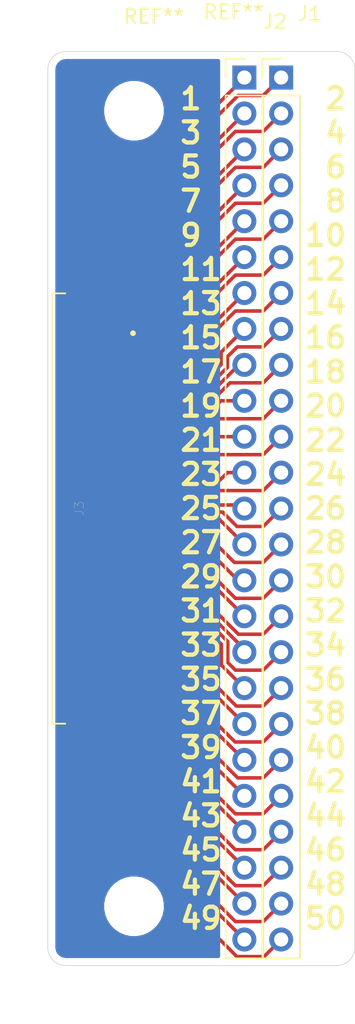
<source format=kicad_pcb>
(kicad_pcb (version 20171130) (host pcbnew "(5.1.6)-1")

  (general
    (thickness 1.6)
    (drawings 12)
    (tracks 242)
    (zones 0)
    (modules 5)
    (nets 51)
  )

  (page A4)
  (layers
    (0 F.Cu signal)
    (31 B.Cu signal)
    (32 B.Adhes user)
    (33 F.Adhes user)
    (34 B.Paste user)
    (35 F.Paste user)
    (36 B.SilkS user)
    (37 F.SilkS user)
    (38 B.Mask user)
    (39 F.Mask user)
    (40 Dwgs.User user)
    (41 Cmts.User user)
    (42 Eco1.User user)
    (43 Eco2.User user)
    (44 Edge.Cuts user)
    (45 Margin user)
    (46 B.CrtYd user)
    (47 F.CrtYd user)
    (48 B.Fab user)
    (49 F.Fab user)
  )

  (setup
    (last_trace_width 0.25)
    (user_trace_width 0.3)
    (trace_clearance 0.2)
    (zone_clearance 0.508)
    (zone_45_only no)
    (trace_min 0.2)
    (via_size 0.8)
    (via_drill 0.4)
    (via_min_size 0.4)
    (via_min_drill 0.3)
    (uvia_size 0.3)
    (uvia_drill 0.1)
    (uvias_allowed no)
    (uvia_min_size 0.2)
    (uvia_min_drill 0.1)
    (edge_width 0.05)
    (segment_width 0.2)
    (pcb_text_width 0.3)
    (pcb_text_size 1.5 1.5)
    (mod_edge_width 0.12)
    (mod_text_size 1 1)
    (mod_text_width 0.15)
    (pad_size 1.5 60)
    (pad_drill 1)
    (pad_to_mask_clearance 0.05)
    (aux_axis_origin 0 0)
    (visible_elements 7FFFFFFF)
    (pcbplotparams
      (layerselection 0x010fc_ffffffff)
      (usegerberextensions false)
      (usegerberattributes true)
      (usegerberadvancedattributes true)
      (creategerberjobfile true)
      (excludeedgelayer true)
      (linewidth 0.100000)
      (plotframeref false)
      (viasonmask false)
      (mode 1)
      (useauxorigin false)
      (hpglpennumber 1)
      (hpglpenspeed 20)
      (hpglpendiameter 15.000000)
      (psnegative false)
      (psa4output false)
      (plotreference true)
      (plotvalue true)
      (plotinvisibletext false)
      (padsonsilk false)
      (subtractmaskfromsilk false)
      (outputformat 1)
      (mirror false)
      (drillshape 1)
      (scaleselection 1)
      (outputdirectory ""))
  )

  (net 0 "")
  (net 1 "Net-(J1-Pad25)")
  (net 2 "Net-(J1-Pad24)")
  (net 3 "Net-(J1-Pad23)")
  (net 4 "Net-(J1-Pad22)")
  (net 5 "Net-(J1-Pad21)")
  (net 6 "Net-(J1-Pad20)")
  (net 7 "Net-(J1-Pad19)")
  (net 8 "Net-(J1-Pad18)")
  (net 9 "Net-(J1-Pad17)")
  (net 10 "Net-(J1-Pad16)")
  (net 11 "Net-(J1-Pad15)")
  (net 12 "Net-(J1-Pad14)")
  (net 13 "Net-(J1-Pad13)")
  (net 14 "Net-(J1-Pad12)")
  (net 15 "Net-(J1-Pad11)")
  (net 16 "Net-(J1-Pad10)")
  (net 17 "Net-(J1-Pad9)")
  (net 18 "Net-(J1-Pad8)")
  (net 19 "Net-(J1-Pad7)")
  (net 20 "Net-(J1-Pad6)")
  (net 21 "Net-(J1-Pad5)")
  (net 22 "Net-(J1-Pad4)")
  (net 23 "Net-(J1-Pad3)")
  (net 24 "Net-(J1-Pad2)")
  (net 25 "Net-(J1-Pad1)")
  (net 26 "Net-(J2-Pad25)")
  (net 27 "Net-(J2-Pad24)")
  (net 28 "Net-(J2-Pad23)")
  (net 29 "Net-(J2-Pad22)")
  (net 30 "Net-(J2-Pad21)")
  (net 31 "Net-(J2-Pad20)")
  (net 32 "Net-(J2-Pad19)")
  (net 33 "Net-(J2-Pad18)")
  (net 34 "Net-(J2-Pad17)")
  (net 35 "Net-(J2-Pad16)")
  (net 36 "Net-(J2-Pad15)")
  (net 37 "Net-(J2-Pad14)")
  (net 38 "Net-(J2-Pad13)")
  (net 39 "Net-(J2-Pad12)")
  (net 40 "Net-(J2-Pad11)")
  (net 41 "Net-(J2-Pad10)")
  (net 42 "Net-(J2-Pad9)")
  (net 43 "Net-(J2-Pad8)")
  (net 44 "Net-(J2-Pad7)")
  (net 45 "Net-(J2-Pad6)")
  (net 46 "Net-(J2-Pad5)")
  (net 47 "Net-(J2-Pad4)")
  (net 48 "Net-(J2-Pad3)")
  (net 49 "Net-(J2-Pad2)")
  (net 50 "Net-(J2-Pad1)")

  (net_class Default "This is the default net class."
    (clearance 0.2)
    (trace_width 0.25)
    (via_dia 0.8)
    (via_drill 0.4)
    (uvia_dia 0.3)
    (uvia_drill 0.1)
    (add_net "Net-(J1-Pad1)")
    (add_net "Net-(J1-Pad10)")
    (add_net "Net-(J1-Pad11)")
    (add_net "Net-(J1-Pad12)")
    (add_net "Net-(J1-Pad13)")
    (add_net "Net-(J1-Pad14)")
    (add_net "Net-(J1-Pad15)")
    (add_net "Net-(J1-Pad16)")
    (add_net "Net-(J1-Pad17)")
    (add_net "Net-(J1-Pad18)")
    (add_net "Net-(J1-Pad19)")
    (add_net "Net-(J1-Pad2)")
    (add_net "Net-(J1-Pad20)")
    (add_net "Net-(J1-Pad21)")
    (add_net "Net-(J1-Pad22)")
    (add_net "Net-(J1-Pad23)")
    (add_net "Net-(J1-Pad24)")
    (add_net "Net-(J1-Pad25)")
    (add_net "Net-(J1-Pad3)")
    (add_net "Net-(J1-Pad4)")
    (add_net "Net-(J1-Pad5)")
    (add_net "Net-(J1-Pad6)")
    (add_net "Net-(J1-Pad7)")
    (add_net "Net-(J1-Pad8)")
    (add_net "Net-(J1-Pad9)")
    (add_net "Net-(J2-Pad1)")
    (add_net "Net-(J2-Pad10)")
    (add_net "Net-(J2-Pad11)")
    (add_net "Net-(J2-Pad12)")
    (add_net "Net-(J2-Pad13)")
    (add_net "Net-(J2-Pad14)")
    (add_net "Net-(J2-Pad15)")
    (add_net "Net-(J2-Pad16)")
    (add_net "Net-(J2-Pad17)")
    (add_net "Net-(J2-Pad18)")
    (add_net "Net-(J2-Pad19)")
    (add_net "Net-(J2-Pad2)")
    (add_net "Net-(J2-Pad20)")
    (add_net "Net-(J2-Pad21)")
    (add_net "Net-(J2-Pad22)")
    (add_net "Net-(J2-Pad23)")
    (add_net "Net-(J2-Pad24)")
    (add_net "Net-(J2-Pad25)")
    (add_net "Net-(J2-Pad3)")
    (add_net "Net-(J2-Pad4)")
    (add_net "Net-(J2-Pad5)")
    (add_net "Net-(J2-Pad6)")
    (add_net "Net-(J2-Pad7)")
    (add_net "Net-(J2-Pad8)")
    (add_net "Net-(J2-Pad9)")
  )

  (module MountingHole:MountingHole_3.2mm_M3 (layer F.Cu) (tedit 56D1B4CB) (tstamp 601448E6)
    (at 97.409 123.063)
    (descr "Mounting Hole 3.2mm, no annular, M3")
    (tags "mounting hole 3.2mm no annular m3")
    (attr virtual)
    (fp_text reference REF** (at 7.0485 -63.246) (layer F.SilkS)
      (effects (font (size 1 1) (thickness 0.15)))
    )
    (fp_text value MountingHole_3.2mm_M3 (at 0 4.2) (layer F.Fab)
      (effects (font (size 1 1) (thickness 0.15)))
    )
    (fp_circle (center 0 0) (end 3.2 0) (layer Cmts.User) (width 0.15))
    (fp_circle (center 0 0) (end 3.45 0) (layer F.CrtYd) (width 0.05))
    (fp_text user %R (at 0.3 0) (layer F.Fab)
      (effects (font (size 1 1) (thickness 0.15)))
    )
    (pad 1 np_thru_hole circle (at 0 0) (size 3.2 3.2) (drill 3.2) (layers *.Cu *.Mask))
  )

  (module MountingHole:MountingHole_3.2mm_M3 (layer F.Cu) (tedit 56D1B4CB) (tstamp 601447C6)
    (at 97.409 66.802)
    (descr "Mounting Hole 3.2mm, no annular, M3")
    (tags "mounting hole 3.2mm no annular m3")
    (attr virtual)
    (fp_text reference REF** (at 1.397 -6.6675) (layer F.SilkS)
      (effects (font (size 1 1) (thickness 0.15)))
    )
    (fp_text value MountingHole_3.2mm_M3 (at 0 4.2) (layer F.Fab)
      (effects (font (size 1 1) (thickness 0.15)))
    )
    (fp_text user %R (at 0.3 0) (layer F.Fab)
      (effects (font (size 1 1) (thickness 0.15)))
    )
    (fp_circle (center 0 0) (end 3.2 0) (layer Cmts.User) (width 0.15))
    (fp_circle (center 0 0) (end 3.45 0) (layer F.CrtYd) (width 0.05))
    (pad 1 np_thru_hole circle (at 0 0) (size 3.2 3.2) (drill 3.2) (layers *.Cu *.Mask))
  )

  (module 5-1734592-0:TE_5-1734592-0 (layer F.Cu) (tedit 5F70646A) (tstamp 601059AD)
    (at 96.139 94.9325 270)
    (path /601057C9)
    (fp_text reference J3 (at 0 2.6035 90) (layer F.SilkS)
      (effects (font (size 0.64 0.64) (thickness 0.015)))
    )
    (fp_text value Conn50 (at -9.5104 5.4064 90) (layer F.Fab)
      (effects (font (size 0.64 0.64) (thickness 0.015)))
    )
    (fp_circle (center -12.4 -1.2) (end -12.3 -1.2) (layer F.SilkS) (width 0.2))
    (fp_circle (center -12.4 -1.2) (end -12.3 -1.2) (layer F.Fab) (width 0.2))
    (fp_line (start -15.215 0.15) (end -15.215 4.55) (layer F.Fab) (width 0.127))
    (fp_line (start -15.215 4.55) (end 15.215 4.55) (layer F.Fab) (width 0.127))
    (fp_line (start 15.215 4.55) (end 15.215 0.15) (layer F.Fab) (width 0.127))
    (fp_line (start 15.215 0.15) (end -15.215 0.15) (layer F.Fab) (width 0.127))
    (fp_line (start -15.215 4.55) (end 15.215 4.55) (layer F.SilkS) (width 0.127))
    (fp_line (start 15.215 4.55) (end 15.215 3.6) (layer F.SilkS) (width 0.127))
    (fp_line (start -15.215 4.55) (end -15.215 3.6) (layer F.SilkS) (width 0.127))
    (fp_line (start -15.465 -0.8) (end -15.465 4.8) (layer F.CrtYd) (width 0.05))
    (fp_line (start -15.465 4.8) (end 15.465 4.8) (layer F.CrtYd) (width 0.05))
    (fp_line (start 15.465 4.8) (end 15.465 -0.8) (layer F.CrtYd) (width 0.05))
    (fp_line (start 15.465 -0.8) (end -15.465 -0.8) (layer F.CrtYd) (width 0.05))
    (pad 50 smd rect (at 12.25 0 270) (size 0.3 1.1) (layers F.Cu F.Paste F.Mask)
      (net 1 "Net-(J1-Pad25)"))
    (pad 49 smd rect (at 11.75 0 270) (size 0.3 1.1) (layers F.Cu F.Paste F.Mask)
      (net 26 "Net-(J2-Pad25)"))
    (pad 48 smd rect (at 11.25 0 270) (size 0.3 1.1) (layers F.Cu F.Paste F.Mask)
      (net 2 "Net-(J1-Pad24)"))
    (pad 47 smd rect (at 10.75 0 270) (size 0.3 1.1) (layers F.Cu F.Paste F.Mask)
      (net 27 "Net-(J2-Pad24)"))
    (pad 46 smd rect (at 10.25 0 270) (size 0.3 1.1) (layers F.Cu F.Paste F.Mask)
      (net 3 "Net-(J1-Pad23)"))
    (pad 45 smd rect (at 9.75 0 270) (size 0.3 1.1) (layers F.Cu F.Paste F.Mask)
      (net 28 "Net-(J2-Pad23)"))
    (pad 44 smd rect (at 9.25 0 270) (size 0.3 1.1) (layers F.Cu F.Paste F.Mask)
      (net 4 "Net-(J1-Pad22)"))
    (pad 43 smd rect (at 8.75 0 270) (size 0.3 1.1) (layers F.Cu F.Paste F.Mask)
      (net 29 "Net-(J2-Pad22)"))
    (pad 42 smd rect (at 8.25 0 270) (size 0.3 1.1) (layers F.Cu F.Paste F.Mask)
      (net 5 "Net-(J1-Pad21)"))
    (pad 41 smd rect (at 7.75 0 270) (size 0.3 1.1) (layers F.Cu F.Paste F.Mask)
      (net 30 "Net-(J2-Pad21)"))
    (pad 40 smd rect (at 7.25 0 270) (size 0.3 1.1) (layers F.Cu F.Paste F.Mask)
      (net 6 "Net-(J1-Pad20)"))
    (pad 39 smd rect (at 6.75 0 270) (size 0.3 1.1) (layers F.Cu F.Paste F.Mask)
      (net 31 "Net-(J2-Pad20)"))
    (pad 38 smd rect (at 6.25 0 270) (size 0.3 1.1) (layers F.Cu F.Paste F.Mask)
      (net 7 "Net-(J1-Pad19)"))
    (pad 37 smd rect (at 5.75 0 270) (size 0.3 1.1) (layers F.Cu F.Paste F.Mask)
      (net 32 "Net-(J2-Pad19)"))
    (pad 36 smd rect (at 5.25 0 270) (size 0.3 1.1) (layers F.Cu F.Paste F.Mask)
      (net 8 "Net-(J1-Pad18)"))
    (pad 35 smd rect (at 4.75 0 270) (size 0.3 1.1) (layers F.Cu F.Paste F.Mask)
      (net 33 "Net-(J2-Pad18)"))
    (pad 34 smd rect (at 4.25 0 270) (size 0.3 1.1) (layers F.Cu F.Paste F.Mask)
      (net 9 "Net-(J1-Pad17)"))
    (pad 33 smd rect (at 3.75 0 270) (size 0.3 1.1) (layers F.Cu F.Paste F.Mask)
      (net 34 "Net-(J2-Pad17)"))
    (pad 32 smd rect (at 3.25 0 270) (size 0.3 1.1) (layers F.Cu F.Paste F.Mask)
      (net 10 "Net-(J1-Pad16)"))
    (pad 31 smd rect (at 2.75 0 270) (size 0.3 1.1) (layers F.Cu F.Paste F.Mask)
      (net 35 "Net-(J2-Pad16)"))
    (pad 30 smd rect (at 2.25 0 270) (size 0.3 1.1) (layers F.Cu F.Paste F.Mask)
      (net 11 "Net-(J1-Pad15)"))
    (pad 29 smd rect (at 1.75 0 270) (size 0.3 1.1) (layers F.Cu F.Paste F.Mask)
      (net 36 "Net-(J2-Pad15)"))
    (pad 28 smd rect (at 1.25 0 270) (size 0.3 1.1) (layers F.Cu F.Paste F.Mask)
      (net 12 "Net-(J1-Pad14)"))
    (pad 27 smd rect (at 0.75 0 270) (size 0.3 1.1) (layers F.Cu F.Paste F.Mask)
      (net 37 "Net-(J2-Pad14)"))
    (pad 26 smd rect (at 0.25 0 270) (size 0.3 1.1) (layers F.Cu F.Paste F.Mask)
      (net 13 "Net-(J1-Pad13)"))
    (pad 25 smd rect (at -0.25 0 270) (size 0.3 1.1) (layers F.Cu F.Paste F.Mask)
      (net 38 "Net-(J2-Pad13)"))
    (pad 24 smd rect (at -0.75 0 270) (size 0.3 1.1) (layers F.Cu F.Paste F.Mask)
      (net 14 "Net-(J1-Pad12)"))
    (pad 23 smd rect (at -1.25 0 270) (size 0.3 1.1) (layers F.Cu F.Paste F.Mask)
      (net 39 "Net-(J2-Pad12)"))
    (pad 22 smd rect (at -1.75 0 270) (size 0.3 1.1) (layers F.Cu F.Paste F.Mask)
      (net 15 "Net-(J1-Pad11)"))
    (pad 21 smd rect (at -2.25 0 270) (size 0.3 1.1) (layers F.Cu F.Paste F.Mask)
      (net 40 "Net-(J2-Pad11)"))
    (pad 20 smd rect (at -2.75 0 270) (size 0.3 1.1) (layers F.Cu F.Paste F.Mask)
      (net 16 "Net-(J1-Pad10)"))
    (pad 19 smd rect (at -3.25 0 270) (size 0.3 1.1) (layers F.Cu F.Paste F.Mask)
      (net 41 "Net-(J2-Pad10)"))
    (pad 18 smd rect (at -3.75 0 270) (size 0.3 1.1) (layers F.Cu F.Paste F.Mask)
      (net 17 "Net-(J1-Pad9)"))
    (pad 17 smd rect (at -4.25 0 270) (size 0.3 1.1) (layers F.Cu F.Paste F.Mask)
      (net 42 "Net-(J2-Pad9)"))
    (pad 16 smd rect (at -4.75 0 270) (size 0.3 1.1) (layers F.Cu F.Paste F.Mask)
      (net 18 "Net-(J1-Pad8)"))
    (pad 15 smd rect (at -5.25 0 270) (size 0.3 1.1) (layers F.Cu F.Paste F.Mask)
      (net 43 "Net-(J2-Pad8)"))
    (pad 14 smd rect (at -5.75 0 270) (size 0.3 1.1) (layers F.Cu F.Paste F.Mask)
      (net 19 "Net-(J1-Pad7)"))
    (pad 13 smd rect (at -6.25 0 270) (size 0.3 1.1) (layers F.Cu F.Paste F.Mask)
      (net 44 "Net-(J2-Pad7)"))
    (pad 12 smd rect (at -6.75 0 270) (size 0.3 1.1) (layers F.Cu F.Paste F.Mask)
      (net 20 "Net-(J1-Pad6)"))
    (pad 11 smd rect (at -7.25 0 270) (size 0.3 1.1) (layers F.Cu F.Paste F.Mask)
      (net 45 "Net-(J2-Pad6)"))
    (pad 10 smd rect (at -7.75 0 270) (size 0.3 1.1) (layers F.Cu F.Paste F.Mask)
      (net 21 "Net-(J1-Pad5)"))
    (pad 9 smd rect (at -8.25 0 270) (size 0.3 1.1) (layers F.Cu F.Paste F.Mask)
      (net 46 "Net-(J2-Pad5)"))
    (pad 8 smd rect (at -8.75 0 270) (size 0.3 1.1) (layers F.Cu F.Paste F.Mask)
      (net 22 "Net-(J1-Pad4)"))
    (pad 7 smd rect (at -9.25 0 270) (size 0.3 1.1) (layers F.Cu F.Paste F.Mask)
      (net 47 "Net-(J2-Pad4)"))
    (pad S1 smd rect (at -13.92 1.7 270) (size 2.3 3.1) (layers F.Cu F.Paste F.Mask))
    (pad S2 smd rect (at 13.92 1.7 270) (size 2.3 3.1) (layers F.Cu F.Paste F.Mask))
    (pad 6 smd rect (at -9.75 0 270) (size 0.3 1.1) (layers F.Cu F.Paste F.Mask)
      (net 23 "Net-(J1-Pad3)"))
    (pad 5 smd rect (at -10.25 0 270) (size 0.3 1.1) (layers F.Cu F.Paste F.Mask)
      (net 48 "Net-(J2-Pad3)"))
    (pad 4 smd rect (at -10.75 0 270) (size 0.3 1.1) (layers F.Cu F.Paste F.Mask)
      (net 24 "Net-(J1-Pad2)"))
    (pad 3 smd rect (at -11.25 0 270) (size 0.3 1.1) (layers F.Cu F.Paste F.Mask)
      (net 49 "Net-(J2-Pad2)"))
    (pad 2 smd rect (at -11.75 0 270) (size 0.3 1.1) (layers F.Cu F.Paste F.Mask)
      (net 25 "Net-(J1-Pad1)"))
    (pad 1 smd rect (at -12.25 0 270) (size 0.3 1.1) (layers F.Cu F.Paste F.Mask)
      (net 50 "Net-(J2-Pad1)"))
  )

  (module Connector_PinHeader_2.54mm:PinHeader_1x25_P2.54mm_Vertical (layer F.Cu) (tedit 59FED5CC) (tstamp 60105161)
    (at 105.2195 64.4525)
    (descr "Through hole straight pin header, 1x25, 2.54mm pitch, single row")
    (tags "Through hole pin header THT 1x25 2.54mm single row")
    (path /6010227D)
    (fp_text reference J2 (at 2.159 -3.937) (layer F.SilkS)
      (effects (font (size 1 1) (thickness 0.15)))
    )
    (fp_text value Conn_01x25 (at -0.4445 66.1035) (layer F.Fab)
      (effects (font (size 1 1) (thickness 0.15)))
    )
    (fp_line (start -0.635 -1.27) (end 1.27 -1.27) (layer F.Fab) (width 0.1))
    (fp_line (start 1.27 -1.27) (end 1.27 62.23) (layer F.Fab) (width 0.1))
    (fp_line (start 1.27 62.23) (end -1.27 62.23) (layer F.Fab) (width 0.1))
    (fp_line (start -1.27 62.23) (end -1.27 -0.635) (layer F.Fab) (width 0.1))
    (fp_line (start -1.27 -0.635) (end -0.635 -1.27) (layer F.Fab) (width 0.1))
    (fp_line (start -1.33 62.29) (end 1.33 62.29) (layer F.SilkS) (width 0.12))
    (fp_line (start -1.33 1.27) (end -1.33 62.29) (layer F.SilkS) (width 0.12))
    (fp_line (start 1.33 1.27) (end 1.33 62.29) (layer F.SilkS) (width 0.12))
    (fp_line (start -1.33 1.27) (end 1.33 1.27) (layer F.SilkS) (width 0.12))
    (fp_line (start -1.33 0) (end -1.33 -1.33) (layer F.SilkS) (width 0.12))
    (fp_line (start -1.33 -1.33) (end 0 -1.33) (layer F.SilkS) (width 0.12))
    (fp_line (start -1.8 -1.8) (end -1.8 62.75) (layer F.CrtYd) (width 0.05))
    (fp_line (start -1.8 62.75) (end 1.8 62.75) (layer F.CrtYd) (width 0.05))
    (fp_line (start 1.8 62.75) (end 1.8 -1.8) (layer F.CrtYd) (width 0.05))
    (fp_line (start 1.8 -1.8) (end -1.8 -1.8) (layer F.CrtYd) (width 0.05))
    (fp_text user %R (at 0 30.48 90) (layer F.Fab)
      (effects (font (size 1 1) (thickness 0.15)))
    )
    (pad 25 thru_hole oval (at 0 60.96) (size 1.7 1.7) (drill 1) (layers *.Cu *.Mask)
      (net 26 "Net-(J2-Pad25)"))
    (pad 24 thru_hole oval (at 0 58.42) (size 1.7 1.7) (drill 1) (layers *.Cu *.Mask)
      (net 27 "Net-(J2-Pad24)"))
    (pad 23 thru_hole oval (at 0 55.88) (size 1.7 1.7) (drill 1) (layers *.Cu *.Mask)
      (net 28 "Net-(J2-Pad23)"))
    (pad 22 thru_hole oval (at 0 53.34) (size 1.7 1.7) (drill 1) (layers *.Cu *.Mask)
      (net 29 "Net-(J2-Pad22)"))
    (pad 21 thru_hole oval (at 0 50.8) (size 1.7 1.7) (drill 1) (layers *.Cu *.Mask)
      (net 30 "Net-(J2-Pad21)"))
    (pad 20 thru_hole oval (at 0 48.26) (size 1.7 1.7) (drill 1) (layers *.Cu *.Mask)
      (net 31 "Net-(J2-Pad20)"))
    (pad 19 thru_hole oval (at 0 45.72) (size 1.7 1.7) (drill 1) (layers *.Cu *.Mask)
      (net 32 "Net-(J2-Pad19)"))
    (pad 18 thru_hole oval (at 0 43.18) (size 1.7 1.7) (drill 1) (layers *.Cu *.Mask)
      (net 33 "Net-(J2-Pad18)"))
    (pad 17 thru_hole oval (at 0 40.64) (size 1.7 1.7) (drill 1) (layers *.Cu *.Mask)
      (net 34 "Net-(J2-Pad17)"))
    (pad 16 thru_hole oval (at 0 38.1) (size 1.7 1.7) (drill 1) (layers *.Cu *.Mask)
      (net 35 "Net-(J2-Pad16)"))
    (pad 15 thru_hole oval (at 0 35.56) (size 1.7 1.7) (drill 1) (layers *.Cu *.Mask)
      (net 36 "Net-(J2-Pad15)"))
    (pad 14 thru_hole oval (at 0 33.02) (size 1.7 1.7) (drill 1) (layers *.Cu *.Mask)
      (net 37 "Net-(J2-Pad14)"))
    (pad 13 thru_hole oval (at 0 30.48) (size 1.7 1.7) (drill 1) (layers *.Cu *.Mask)
      (net 38 "Net-(J2-Pad13)"))
    (pad 12 thru_hole oval (at 0 27.94) (size 1.7 1.7) (drill 1) (layers *.Cu *.Mask)
      (net 39 "Net-(J2-Pad12)"))
    (pad 11 thru_hole oval (at 0 25.4) (size 1.7 1.7) (drill 1) (layers *.Cu *.Mask)
      (net 40 "Net-(J2-Pad11)"))
    (pad 10 thru_hole oval (at 0 22.86) (size 1.7 1.7) (drill 1) (layers *.Cu *.Mask)
      (net 41 "Net-(J2-Pad10)"))
    (pad 9 thru_hole oval (at 0 20.32) (size 1.7 1.7) (drill 1) (layers *.Cu *.Mask)
      (net 42 "Net-(J2-Pad9)"))
    (pad 8 thru_hole oval (at 0 17.78) (size 1.7 1.7) (drill 1) (layers *.Cu *.Mask)
      (net 43 "Net-(J2-Pad8)"))
    (pad 7 thru_hole oval (at 0 15.24) (size 1.7 1.7) (drill 1) (layers *.Cu *.Mask)
      (net 44 "Net-(J2-Pad7)"))
    (pad 6 thru_hole oval (at 0 12.7) (size 1.7 1.7) (drill 1) (layers *.Cu *.Mask)
      (net 45 "Net-(J2-Pad6)"))
    (pad 5 thru_hole oval (at 0 10.16) (size 1.7 1.7) (drill 1) (layers *.Cu *.Mask)
      (net 46 "Net-(J2-Pad5)"))
    (pad 4 thru_hole oval (at 0 7.62) (size 1.7 1.7) (drill 1) (layers *.Cu *.Mask)
      (net 47 "Net-(J2-Pad4)"))
    (pad 3 thru_hole oval (at 0 5.08) (size 1.7 1.7) (drill 1) (layers *.Cu *.Mask)
      (net 48 "Net-(J2-Pad3)"))
    (pad 2 thru_hole oval (at 0 2.54) (size 1.7 1.7) (drill 1) (layers *.Cu *.Mask)
      (net 49 "Net-(J2-Pad2)"))
    (pad 1 thru_hole rect (at 0 0) (size 1.7 1.7) (drill 1) (layers *.Cu *.Mask)
      (net 50 "Net-(J2-Pad1)"))
    (model ${KISYS3DMOD}/Connector_PinHeader_2.54mm.3dshapes/PinHeader_1x25_P2.54mm_Vertical.wrl
      (at (xyz 0 0 0))
      (scale (xyz 1 1 1))
      (rotate (xyz 0 0 0))
    )
  )

  (module Connector_PinHeader_2.54mm:PinHeader_1x25_P2.54mm_Vertical (layer F.Cu) (tedit 59FED5CC) (tstamp 6010556D)
    (at 107.823 64.4525)
    (descr "Through hole straight pin header, 1x25, 2.54mm pitch, single row")
    (tags "Through hole pin header THT 1x25 2.54mm single row")
    (path /60100153)
    (fp_text reference J1 (at 2.032 -4.5085) (layer F.SilkS)
      (effects (font (size 1 1) (thickness 0.15)))
    )
    (fp_text value Conn_01x25 (at -0.508 64.9605) (layer F.Fab)
      (effects (font (size 1 1) (thickness 0.15)))
    )
    (fp_line (start -0.635 -1.27) (end 1.27 -1.27) (layer F.Fab) (width 0.1))
    (fp_line (start 1.27 -1.27) (end 1.27 62.23) (layer F.Fab) (width 0.1))
    (fp_line (start 1.27 62.23) (end -1.27 62.23) (layer F.Fab) (width 0.1))
    (fp_line (start -1.27 62.23) (end -1.27 -0.635) (layer F.Fab) (width 0.1))
    (fp_line (start -1.27 -0.635) (end -0.635 -1.27) (layer F.Fab) (width 0.1))
    (fp_line (start -1.33 62.29) (end 1.33 62.29) (layer F.SilkS) (width 0.12))
    (fp_line (start -1.33 1.27) (end -1.33 62.29) (layer F.SilkS) (width 0.12))
    (fp_line (start 1.33 1.27) (end 1.33 62.29) (layer F.SilkS) (width 0.12))
    (fp_line (start -1.33 1.27) (end 1.33 1.27) (layer F.SilkS) (width 0.12))
    (fp_line (start -1.33 0) (end -1.33 -1.33) (layer F.SilkS) (width 0.12))
    (fp_line (start -1.33 -1.33) (end 0 -1.33) (layer F.SilkS) (width 0.12))
    (fp_line (start -1.8 -1.8) (end -1.8 62.75) (layer F.CrtYd) (width 0.05))
    (fp_line (start -1.8 62.75) (end 1.8 62.75) (layer F.CrtYd) (width 0.05))
    (fp_line (start 1.8 62.75) (end 1.8 -1.8) (layer F.CrtYd) (width 0.05))
    (fp_line (start 1.8 -1.8) (end -1.8 -1.8) (layer F.CrtYd) (width 0.05))
    (fp_text user %R (at 0 30.48 90) (layer F.Fab)
      (effects (font (size 1 1) (thickness 0.15)))
    )
    (pad 25 thru_hole oval (at 0 60.96) (size 1.7 1.7) (drill 1) (layers *.Cu *.Mask)
      (net 1 "Net-(J1-Pad25)"))
    (pad 24 thru_hole oval (at 0 58.42) (size 1.7 1.7) (drill 1) (layers *.Cu *.Mask)
      (net 2 "Net-(J1-Pad24)"))
    (pad 23 thru_hole oval (at 0 55.88) (size 1.7 1.7) (drill 1) (layers *.Cu *.Mask)
      (net 3 "Net-(J1-Pad23)"))
    (pad 22 thru_hole oval (at 0 53.34) (size 1.7 1.7) (drill 1) (layers *.Cu *.Mask)
      (net 4 "Net-(J1-Pad22)"))
    (pad 21 thru_hole oval (at 0 50.8) (size 1.7 1.7) (drill 1) (layers *.Cu *.Mask)
      (net 5 "Net-(J1-Pad21)"))
    (pad 20 thru_hole oval (at 0 48.26) (size 1.7 1.7) (drill 1) (layers *.Cu *.Mask)
      (net 6 "Net-(J1-Pad20)"))
    (pad 19 thru_hole oval (at 0 45.72) (size 1.7 1.7) (drill 1) (layers *.Cu *.Mask)
      (net 7 "Net-(J1-Pad19)"))
    (pad 18 thru_hole oval (at 0 43.18) (size 1.7 1.7) (drill 1) (layers *.Cu *.Mask)
      (net 8 "Net-(J1-Pad18)"))
    (pad 17 thru_hole oval (at 0 40.64) (size 1.7 1.7) (drill 1) (layers *.Cu *.Mask)
      (net 9 "Net-(J1-Pad17)"))
    (pad 16 thru_hole oval (at 0 38.1) (size 1.7 1.7) (drill 1) (layers *.Cu *.Mask)
      (net 10 "Net-(J1-Pad16)"))
    (pad 15 thru_hole oval (at 0 35.56) (size 1.7 1.7) (drill 1) (layers *.Cu *.Mask)
      (net 11 "Net-(J1-Pad15)"))
    (pad 14 thru_hole oval (at 0 33.02) (size 1.7 1.7) (drill 1) (layers *.Cu *.Mask)
      (net 12 "Net-(J1-Pad14)"))
    (pad 13 thru_hole oval (at 0 30.48) (size 1.7 1.7) (drill 1) (layers *.Cu *.Mask)
      (net 13 "Net-(J1-Pad13)"))
    (pad 12 thru_hole oval (at 0 27.94) (size 1.7 1.7) (drill 1) (layers *.Cu *.Mask)
      (net 14 "Net-(J1-Pad12)"))
    (pad 11 thru_hole oval (at 0 25.4) (size 1.7 1.7) (drill 1) (layers *.Cu *.Mask)
      (net 15 "Net-(J1-Pad11)"))
    (pad 10 thru_hole oval (at 0 22.86) (size 1.7 1.7) (drill 1) (layers *.Cu *.Mask)
      (net 16 "Net-(J1-Pad10)"))
    (pad 9 thru_hole oval (at 0 20.32) (size 1.7 1.7) (drill 1) (layers *.Cu *.Mask)
      (net 17 "Net-(J1-Pad9)"))
    (pad 8 thru_hole oval (at 0 17.78) (size 1.7 1.7) (drill 1) (layers *.Cu *.Mask)
      (net 18 "Net-(J1-Pad8)"))
    (pad 7 thru_hole oval (at 0 15.24) (size 1.7 1.7) (drill 1) (layers *.Cu *.Mask)
      (net 19 "Net-(J1-Pad7)"))
    (pad 6 thru_hole oval (at 0 12.7) (size 1.7 1.7) (drill 1) (layers *.Cu *.Mask)
      (net 20 "Net-(J1-Pad6)"))
    (pad 5 thru_hole oval (at 0 10.16) (size 1.7 1.7) (drill 1) (layers *.Cu *.Mask)
      (net 21 "Net-(J1-Pad5)"))
    (pad 4 thru_hole oval (at 0 7.62) (size 1.7 1.7) (drill 1) (layers *.Cu *.Mask)
      (net 22 "Net-(J1-Pad4)"))
    (pad 3 thru_hole oval (at 0 5.08) (size 1.7 1.7) (drill 1) (layers *.Cu *.Mask)
      (net 23 "Net-(J1-Pad3)"))
    (pad 2 thru_hole oval (at 0 2.54) (size 1.7 1.7) (drill 1) (layers *.Cu *.Mask)
      (net 24 "Net-(J1-Pad2)"))
    (pad 1 thru_hole rect (at 0 0) (size 1.7 1.7) (drill 1) (layers *.Cu *.Mask)
      (net 25 "Net-(J1-Pad1)"))
    (model ${KISYS3DMOD}/Connector_PinHeader_2.54mm.3dshapes/PinHeader_1x25_P2.54mm_Vertical.wrl
      (at (xyz 0 0 0))
      (scale (xyz 1 1 1))
      (rotate (xyz 0 0 0))
    )
  )

  (gr_arc (start 111.76 125.984) (end 111.76 127.254) (angle -90) (layer Edge.Cuts) (width 0.05) (tstamp 6013ED84))
  (gr_arc (start 92.583 125.984) (end 91.313 125.984) (angle -90) (layer Edge.Cuts) (width 0.05) (tstamp 6013ED84))
  (gr_arc (start 111.76 63.881) (end 113.03 63.881) (angle -90) (layer Edge.Cuts) (width 0.05) (tstamp 6013ED84))
  (gr_arc (start 92.583 63.881) (end 92.583 62.611) (angle -90) (layer Edge.Cuts) (width 0.05))
  (gr_text SdtElectronics (at 97.5995 94.361 90) (layer B.Mask) (tstamp 601449C6)
    (effects (font (size 2.54 2.54) (thickness 0.5)) (justify mirror))
  )
  (gr_text SdtElectronics (at 97.5995 94.361 90) (layer B.Paste) (tstamp 601449C3)
    (effects (font (size 2.54 2.54) (thickness 0.5)) (justify mirror))
  )
  (gr_text "2\n4\n6\n8\n10\n12\n14\n16\n18\n20\n22\n24\n26\n28\n30\n32\n34\n36\n38\n40\n42\n44\n46\n48\n50" (at 112.5855 94.9325) (layer F.SilkS)
    (effects (font (size 1.5 1.5) (thickness 0.3)) (justify right))
  )
  (gr_text "1\n3\n5\n7\n9\n11\n13\n15\n17\n19\n21\n23\n25\n27\n29\n31\n33\n35\n37\n39\n41\n43\n45\n47\n49" (at 100.5205 94.9325) (layer F.SilkS)
    (effects (font (size 1.5 1.5) (thickness 0.3)) (justify left))
  )
  (gr_line (start 113.03 125.984) (end 113.03 63.881) (layer Edge.Cuts) (width 0.05) (tstamp 60106D60))
  (gr_line (start 92.583 127.254) (end 111.76 127.254) (layer Edge.Cuts) (width 0.05))
  (gr_line (start 91.313 63.881) (end 91.313 125.984) (layer Edge.Cuts) (width 0.05))
  (gr_line (start 111.76 62.611) (end 92.583 62.611) (layer Edge.Cuts) (width 0.05))

  (segment (start 96.699368 107.1825) (end 96.692569 107.1825) (width 0.25) (layer F.Cu) (net 1))
  (segment (start 106.6165 126.619) (end 104.686998 126.619) (width 0.25) (layer F.Cu) (net 1))
  (segment (start 107.823 125.4125) (end 106.6165 126.619) (width 0.25) (layer F.Cu) (net 1))
  (segment (start 96.692569 107.1825) (end 96.0755 107.1825) (width 0.25) (layer F.Cu) (net 1))
  (segment (start 96.8375 118.769502) (end 96.8375 107.320634) (width 0.25) (layer F.Cu) (net 1))
  (segment (start 104.686998 126.619) (end 96.8375 118.769502) (width 0.25) (layer F.Cu) (net 1))
  (segment (start 96.8375 107.320634) (end 96.699368 107.1825) (width 0.25) (layer F.Cu) (net 1))
  (segment (start 97.737522 106.947842) (end 97.737522 117.294112) (width 0.25) (layer F.Cu) (net 2))
  (segment (start 96.0755 106.1825) (end 96.972179 106.1825) (width 0.25) (layer F.Cu) (net 2))
  (segment (start 106.553 124.1425) (end 107.823 122.8725) (width 0.25) (layer F.Cu) (net 2))
  (segment (start 96.972179 106.1825) (end 97.737522 106.947842) (width 0.25) (layer F.Cu) (net 2))
  (segment (start 97.737522 117.294112) (end 104.58591 124.1425) (width 0.25) (layer F.Cu) (net 2))
  (segment (start 104.58591 124.1425) (end 106.553 124.1425) (width 0.25) (layer F.Cu) (net 2))
  (segment (start 98.637544 106.575043) (end 98.637544 115.654839) (width 0.25) (layer F.Cu) (net 3))
  (segment (start 98.637544 115.654839) (end 104.585205 121.6025) (width 0.25) (layer F.Cu) (net 3))
  (segment (start 97.245001 105.1825) (end 98.637544 106.575043) (width 0.25) (layer F.Cu) (net 3))
  (segment (start 104.585205 121.6025) (end 106.553 121.6025) (width 0.25) (layer F.Cu) (net 3))
  (segment (start 96.5835 105.1825) (end 97.245001 105.1825) (width 0.25) (layer F.Cu) (net 3))
  (segment (start 106.553 121.6025) (end 107.823 120.3325) (width 0.25) (layer F.Cu) (net 3))
  (segment (start 97.517824 104.1825) (end 99.544389 106.209066) (width 0.25) (layer F.Cu) (net 4))
  (segment (start 99.544389 106.209066) (end 99.544389 114.020979) (width 0.25) (layer F.Cu) (net 4))
  (segment (start 104.58591 119.0625) (end 106.553 119.0625) (width 0.25) (layer F.Cu) (net 4))
  (segment (start 96.5835 104.1825) (end 97.517824 104.1825) (width 0.25) (layer F.Cu) (net 4))
  (segment (start 99.544389 114.020979) (end 104.58591 119.0625) (width 0.25) (layer F.Cu) (net 4))
  (segment (start 106.553 119.0625) (end 107.823 117.7925) (width 0.25) (layer F.Cu) (net 4))
  (segment (start 106.553 116.5225) (end 107.823 115.2525) (width 0.25) (layer F.Cu) (net 5))
  (segment (start 97.790646 103.1825) (end 100.444411 105.836265) (width 0.25) (layer F.Cu) (net 5))
  (segment (start 104.58591 116.5225) (end 106.553 116.5225) (width 0.25) (layer F.Cu) (net 5))
  (segment (start 96.5835 103.1825) (end 97.790646 103.1825) (width 0.25) (layer F.Cu) (net 5))
  (segment (start 100.444411 105.836265) (end 100.444411 112.381001) (width 0.25) (layer F.Cu) (net 5))
  (segment (start 100.444411 112.381001) (end 104.58591 116.5225) (width 0.25) (layer F.Cu) (net 5))
  (segment (start 106.553 113.9825) (end 107.823 112.7125) (width 0.25) (layer F.Cu) (net 6))
  (segment (start 98.063469 102.1825) (end 101.344433 105.463464) (width 0.25) (layer F.Cu) (net 6))
  (segment (start 96.5835 102.1825) (end 98.063469 102.1825) (width 0.25) (layer F.Cu) (net 6))
  (segment (start 101.344433 105.463464) (end 101.344433 110.576435) (width 0.25) (layer F.Cu) (net 6))
  (segment (start 101.344433 110.576435) (end 104.750498 113.9825) (width 0.25) (layer F.Cu) (net 6))
  (segment (start 104.750498 113.9825) (end 106.553 113.9825) (width 0.25) (layer F.Cu) (net 6))
  (segment (start 106.553 111.4425) (end 107.823 110.1725) (width 0.25) (layer F.Cu) (net 7))
  (segment (start 98.336292 101.1825) (end 102.244455 105.090663) (width 0.25) (layer F.Cu) (net 7))
  (segment (start 96.5835 101.1825) (end 98.336292 101.1825) (width 0.25) (layer F.Cu) (net 7))
  (segment (start 102.244455 105.090663) (end 102.244455 109.126455) (width 0.25) (layer F.Cu) (net 7))
  (segment (start 102.244455 109.126455) (end 104.5605 111.4425) (width 0.25) (layer F.Cu) (net 7))
  (segment (start 104.5605 111.4425) (end 106.553 111.4425) (width 0.25) (layer F.Cu) (net 7))
  (segment (start 106.553 108.9025) (end 107.823 107.6325) (width 0.25) (layer F.Cu) (net 8))
  (segment (start 98.609114 100.1825) (end 103.144477 104.717865) (width 0.25) (layer F.Cu) (net 8))
  (segment (start 96.5835 100.1825) (end 98.609114 100.1825) (width 0.25) (layer F.Cu) (net 8))
  (segment (start 103.144477 104.717865) (end 103.144477 107.398977) (width 0.25) (layer F.Cu) (net 8))
  (segment (start 104.648 108.9025) (end 106.553 108.9025) (width 0.25) (layer F.Cu) (net 8))
  (segment (start 103.144477 107.398977) (end 104.648 108.9025) (width 0.25) (layer F.Cu) (net 8))
  (segment (start 104.044499 105.822499) (end 104.5845 106.3625) (width 0.25) (layer F.Cu) (net 9))
  (segment (start 104.5845 106.3625) (end 106.553 106.3625) (width 0.25) (layer F.Cu) (net 9))
  (segment (start 98.881934 99.1825) (end 104.044499 104.345065) (width 0.25) (layer F.Cu) (net 9))
  (segment (start 104.044499 104.345065) (end 104.044499 105.822499) (width 0.25) (layer F.Cu) (net 9))
  (segment (start 106.553 106.3625) (end 107.823 105.0925) (width 0.25) (layer F.Cu) (net 9))
  (segment (start 96.5835 99.1825) (end 98.881934 99.1825) (width 0.25) (layer F.Cu) (net 9))
  (segment (start 104.794754 103.8225) (end 106.553 103.8225) (width 0.25) (layer F.Cu) (net 10))
  (segment (start 96.5835 98.1825) (end 99.154754 98.1825) (width 0.25) (layer F.Cu) (net 10))
  (segment (start 106.553 103.8225) (end 107.823 102.5525) (width 0.25) (layer F.Cu) (net 10))
  (segment (start 99.154754 98.1825) (end 104.794754 103.8225) (width 0.25) (layer F.Cu) (net 10))
  (segment (start 100.48591 97.1825) (end 104.58591 101.2825) (width 0.25) (layer F.Cu) (net 11))
  (segment (start 104.58591 101.2825) (end 106.553 101.2825) (width 0.25) (layer F.Cu) (net 11))
  (segment (start 96.5835 97.1825) (end 100.48591 97.1825) (width 0.25) (layer F.Cu) (net 11))
  (segment (start 106.553 101.2825) (end 107.823 100.0125) (width 0.25) (layer F.Cu) (net 11))
  (segment (start 106.553 98.7425) (end 107.823 97.4725) (width 0.25) (layer F.Cu) (net 12))
  (segment (start 104.508749 98.7425) (end 106.553 98.7425) (width 0.25) (layer F.Cu) (net 12))
  (segment (start 96.5835 96.1825) (end 101.948749 96.1825) (width 0.25) (layer F.Cu) (net 12))
  (segment (start 101.948749 96.1825) (end 104.508749 98.7425) (width 0.25) (layer F.Cu) (net 12))
  (segment (start 104.699249 96.2025) (end 106.553 96.2025) (width 0.25) (layer F.Cu) (net 13))
  (segment (start 96.5835 95.1825) (end 103.679249 95.1825) (width 0.25) (layer F.Cu) (net 13))
  (segment (start 106.553 96.2025) (end 107.823 94.9325) (width 0.25) (layer F.Cu) (net 13))
  (segment (start 103.679249 95.1825) (end 104.699249 96.2025) (width 0.25) (layer F.Cu) (net 13))
  (segment (start 106.553 93.6625) (end 107.823 92.3925) (width 0.25) (layer F.Cu) (net 14))
  (segment (start 100.457 93.6625) (end 106.553 93.6625) (width 0.25) (layer F.Cu) (net 14))
  (segment (start 96.5835 94.1825) (end 99.937 94.1825) (width 0.25) (layer F.Cu) (net 14))
  (segment (start 99.937 94.1825) (end 100.457 93.6625) (width 0.25) (layer F.Cu) (net 14))
  (segment (start 101.6635 91.1225) (end 106.553 91.1225) (width 0.25) (layer F.Cu) (net 15))
  (segment (start 96.5835 93.1825) (end 99.60209 93.1825) (width 0.25) (layer F.Cu) (net 15))
  (segment (start 99.60209 93.1825) (end 100.022111 92.762478) (width 0.25) (layer F.Cu) (net 15))
  (segment (start 100.022111 92.762478) (end 100.023522 92.762478) (width 0.25) (layer F.Cu) (net 15))
  (segment (start 100.023522 92.762478) (end 101.6635 91.1225) (width 0.25) (layer F.Cu) (net 15))
  (segment (start 106.553 91.1225) (end 107.823 89.8525) (width 0.25) (layer F.Cu) (net 15))
  (segment (start 99.329268 92.1825) (end 99.649311 91.862456) (width 0.25) (layer F.Cu) (net 16))
  (segment (start 102.930679 88.5825) (end 106.553 88.5825) (width 0.25) (layer F.Cu) (net 16))
  (segment (start 96.5835 92.1825) (end 99.329268 92.1825) (width 0.25) (layer F.Cu) (net 16))
  (segment (start 106.553 88.5825) (end 107.823 87.3125) (width 0.25) (layer F.Cu) (net 16))
  (segment (start 99.650723 91.862456) (end 102.930679 88.5825) (width 0.25) (layer F.Cu) (net 16))
  (segment (start 99.649311 91.862456) (end 99.650723 91.862456) (width 0.25) (layer F.Cu) (net 16))
  (segment (start 99.277923 90.962434) (end 104.197857 86.0425) (width 0.25) (layer F.Cu) (net 17))
  (segment (start 104.197857 86.0425) (end 106.553 86.0425) (width 0.25) (layer F.Cu) (net 17))
  (segment (start 96.5835 91.1825) (end 99.056445 91.1825) (width 0.25) (layer F.Cu) (net 17))
  (segment (start 106.553 86.0425) (end 107.823 84.7725) (width 0.25) (layer F.Cu) (net 17))
  (segment (start 99.056445 91.1825) (end 99.276511 90.962434) (width 0.25) (layer F.Cu) (net 17))
  (segment (start 99.276511 90.962434) (end 99.277923 90.962434) (width 0.25) (layer F.Cu) (net 17))
  (segment (start 96.5835 90.1825) (end 98.783623 90.1825) (width 0.25) (layer F.Cu) (net 18))
  (segment (start 104.021143 84.194268) (end 104.712911 83.5025) (width 0.25) (layer F.Cu) (net 18))
  (segment (start 104.712911 83.5025) (end 106.553 83.5025) (width 0.25) (layer F.Cu) (net 18))
  (segment (start 98.783623 90.1825) (end 98.903711 90.062412) (width 0.25) (layer F.Cu) (net 18))
  (segment (start 106.553 83.5025) (end 107.823 82.2325) (width 0.25) (layer F.Cu) (net 18))
  (segment (start 104.021143 84.946392) (end 104.021143 84.194268) (width 0.25) (layer F.Cu) (net 18))
  (segment (start 98.905123 90.062412) (end 104.021143 84.946392) (width 0.25) (layer F.Cu) (net 18))
  (segment (start 98.903711 90.062412) (end 98.905123 90.062412) (width 0.25) (layer F.Cu) (net 18))
  (segment (start 96.5835 89.1825) (end 98.512213 89.1825) (width 0.25) (layer F.Cu) (net 19))
  (segment (start 98.512213 89.1825) (end 103.121121 84.573592) (width 0.25) (layer F.Cu) (net 19))
  (segment (start 103.121121 84.573592) (end 103.121121 82.427289) (width 0.25) (layer F.Cu) (net 19))
  (segment (start 103.121121 82.427289) (end 104.58591 80.9625) (width 0.25) (layer F.Cu) (net 19))
  (segment (start 104.58591 80.9625) (end 106.553 80.9625) (width 0.25) (layer F.Cu) (net 19))
  (segment (start 106.553 80.9625) (end 107.823 79.6925) (width 0.25) (layer F.Cu) (net 19))
  (segment (start 106.553 78.4225) (end 107.823 77.1525) (width 0.25) (layer F.Cu) (net 20))
  (segment (start 102.221099 80.787311) (end 104.58591 78.4225) (width 0.25) (layer F.Cu) (net 20))
  (segment (start 104.58591 78.4225) (end 106.553 78.4225) (width 0.25) (layer F.Cu) (net 20))
  (segment (start 102.221099 84.200792) (end 102.221099 80.787311) (width 0.25) (layer F.Cu) (net 20))
  (segment (start 98.239391 88.1825) (end 102.221099 84.200792) (width 0.25) (layer F.Cu) (net 20))
  (segment (start 96.5835 88.1825) (end 98.239391 88.1825) (width 0.25) (layer F.Cu) (net 20))
  (segment (start 104.58591 75.8825) (end 106.553 75.8825) (width 0.25) (layer F.Cu) (net 21))
  (segment (start 106.553 75.8825) (end 107.823 74.6125) (width 0.25) (layer F.Cu) (net 21))
  (segment (start 101.321077 79.147333) (end 104.58591 75.8825) (width 0.25) (layer F.Cu) (net 21))
  (segment (start 101.321077 83.827992) (end 101.321077 79.147333) (width 0.25) (layer F.Cu) (net 21))
  (segment (start 97.966569 87.1825) (end 101.321077 83.827992) (width 0.25) (layer F.Cu) (net 21))
  (segment (start 96.5835 87.1825) (end 97.966569 87.1825) (width 0.25) (layer F.Cu) (net 21))
  (segment (start 104.58591 73.3425) (end 106.553 73.3425) (width 0.25) (layer F.Cu) (net 22))
  (segment (start 100.421055 77.507355) (end 104.58591 73.3425) (width 0.25) (layer F.Cu) (net 22))
  (segment (start 106.553 73.3425) (end 107.823 72.0725) (width 0.25) (layer F.Cu) (net 22))
  (segment (start 100.421055 83.455192) (end 100.421055 77.507355) (width 0.25) (layer F.Cu) (net 22))
  (segment (start 97.693747 86.1825) (end 100.421055 83.455192) (width 0.25) (layer F.Cu) (net 22))
  (segment (start 96.5835 86.1825) (end 97.693747 86.1825) (width 0.25) (layer F.Cu) (net 22))
  (segment (start 99.521033 83.082392) (end 99.521033 75.867377) (width 0.25) (layer F.Cu) (net 23))
  (segment (start 99.521033 75.867377) (end 104.58591 70.8025) (width 0.25) (layer F.Cu) (net 23))
  (segment (start 97.420925 85.1825) (end 99.521033 83.082392) (width 0.25) (layer F.Cu) (net 23))
  (segment (start 106.553 70.8025) (end 107.823 69.5325) (width 0.25) (layer F.Cu) (net 23))
  (segment (start 96.5835 85.1825) (end 97.420925 85.1825) (width 0.25) (layer F.Cu) (net 23))
  (segment (start 104.58591 70.8025) (end 106.553 70.8025) (width 0.25) (layer F.Cu) (net 23))
  (segment (start 98.621011 74.227399) (end 104.58591 68.2625) (width 0.25) (layer F.Cu) (net 24))
  (segment (start 104.58591 68.2625) (end 106.553 68.2625) (width 0.25) (layer F.Cu) (net 24))
  (segment (start 96.5835 84.1825) (end 97.148103 84.1825) (width 0.25) (layer F.Cu) (net 24))
  (segment (start 97.148103 84.1825) (end 98.621011 82.709592) (width 0.25) (layer F.Cu) (net 24))
  (segment (start 98.621011 82.709592) (end 98.621011 74.227399) (width 0.25) (layer F.Cu) (net 24))
  (segment (start 106.553 68.2625) (end 107.823 66.9925) (width 0.25) (layer F.Cu) (net 24))
  (segment (start 96.5835 83.1825) (end 96.841411 83.1825) (width 0.25) (layer F.Cu) (net 25))
  (segment (start 96.841411 83.1825) (end 97.668511 82.3554) (width 0.25) (layer F.Cu) (net 25))
  (segment (start 97.668511 82.3554) (end 97.668511 72.828988) (width 0.25) (layer F.Cu) (net 25))
  (segment (start 97.668511 72.828988) (end 104.774999 65.7225) (width 0.25) (layer F.Cu) (net 25))
  (segment (start 104.774999 65.7225) (end 106.553 65.7225) (width 0.25) (layer F.Cu) (net 25))
  (segment (start 106.553 65.7225) (end 107.823 64.4525) (width 0.25) (layer F.Cu) (net 25))
  (segment (start 96.835769 106.6825) (end 97.287511 107.134242) (width 0.25) (layer F.Cu) (net 26))
  (segment (start 96.0755 106.6825) (end 96.835769 106.6825) (width 0.25) (layer F.Cu) (net 26))
  (segment (start 97.287511 117.480511) (end 105.2195 125.4125) (width 0.25) (layer F.Cu) (net 26))
  (segment (start 97.287511 107.134242) (end 97.287511 117.480511) (width 0.25) (layer F.Cu) (net 26))
  (segment (start 98.187533 115.841238) (end 105.218795 122.8725) (width 0.25) (layer F.Cu) (net 27))
  (segment (start 98.187533 106.761443) (end 98.187533 115.841238) (width 0.25) (layer F.Cu) (net 27))
  (segment (start 97.10859 105.6825) (end 98.187533 106.761443) (width 0.25) (layer F.Cu) (net 27))
  (segment (start 96.0755 105.6825) (end 97.10859 105.6825) (width 0.25) (layer F.Cu) (net 27))
  (segment (start 105.218795 122.8725) (end 105.2195 122.8725) (width 0.25) (layer F.Cu) (net 27))
  (segment (start 97.381412 104.6825) (end 99.094378 106.395466) (width 0.25) (layer F.Cu) (net 28))
  (segment (start 99.094378 114.207378) (end 105.2195 120.3325) (width 0.25) (layer F.Cu) (net 28))
  (segment (start 96.5835 104.6825) (end 97.381412 104.6825) (width 0.25) (layer F.Cu) (net 28))
  (segment (start 99.094378 106.395466) (end 99.094378 114.207378) (width 0.25) (layer F.Cu) (net 28))
  (segment (start 99.9944 106.022665) (end 99.9944 112.5674) (width 0.25) (layer F.Cu) (net 29))
  (segment (start 97.654235 103.6825) (end 99.9944 106.022665) (width 0.25) (layer F.Cu) (net 29))
  (segment (start 96.5835 103.6825) (end 97.654235 103.6825) (width 0.25) (layer F.Cu) (net 29))
  (segment (start 99.9944 112.5674) (end 105.2195 117.7925) (width 0.25) (layer F.Cu) (net 29))
  (segment (start 100.894422 105.649866) (end 100.894422 110.927422) (width 0.25) (layer F.Cu) (net 30))
  (segment (start 100.894422 110.927422) (end 105.2195 115.2525) (width 0.25) (layer F.Cu) (net 30))
  (segment (start 97.927056 102.6825) (end 100.894422 105.649866) (width 0.25) (layer F.Cu) (net 30))
  (segment (start 96.5835 102.6825) (end 97.927056 102.6825) (width 0.25) (layer F.Cu) (net 30))
  (segment (start 96.5835 101.6825) (end 98.199882 101.6825) (width 0.25) (layer F.Cu) (net 31))
  (segment (start 101.794444 109.312854) (end 105.19409 112.7125) (width 0.25) (layer F.Cu) (net 31))
  (segment (start 105.19409 112.7125) (end 105.2195 112.7125) (width 0.25) (layer F.Cu) (net 31))
  (segment (start 101.794444 105.277062) (end 101.794444 109.312854) (width 0.25) (layer F.Cu) (net 31))
  (segment (start 98.199882 101.6825) (end 101.794444 105.277062) (width 0.25) (layer F.Cu) (net 31))
  (segment (start 98.472704 100.6825) (end 102.694466 104.904264) (width 0.25) (layer F.Cu) (net 32))
  (segment (start 102.694466 104.904264) (end 102.694466 107.647466) (width 0.25) (layer F.Cu) (net 32))
  (segment (start 102.694466 107.647466) (end 105.2195 110.1725) (width 0.25) (layer F.Cu) (net 32))
  (segment (start 96.5835 100.6825) (end 98.472704 100.6825) (width 0.25) (layer F.Cu) (net 32))
  (segment (start 103.594488 106.008899) (end 105.218089 107.6325) (width 0.25) (layer F.Cu) (net 33))
  (segment (start 105.218089 107.6325) (end 105.2195 107.6325) (width 0.25) (layer F.Cu) (net 33))
  (segment (start 103.594488 104.531466) (end 103.594488 106.008899) (width 0.25) (layer F.Cu) (net 33))
  (segment (start 96.5835 99.6825) (end 98.745524 99.6825) (width 0.25) (layer F.Cu) (net 33))
  (segment (start 98.745524 99.6825) (end 103.594488 104.531466) (width 0.25) (layer F.Cu) (net 33))
  (segment (start 96.5835 98.6825) (end 99.018344 98.6825) (width 0.25) (layer F.Cu) (net 34))
  (segment (start 99.018344 98.6825) (end 105.2195 104.883658) (width 0.25) (layer F.Cu) (net 34))
  (segment (start 105.2195 104.883658) (end 105.2195 105.0925) (width 0.25) (layer F.Cu) (net 34))
  (segment (start 100.3495 97.6825) (end 105.2195 102.5525) (width 0.25) (layer F.Cu) (net 35))
  (segment (start 96.5835 97.6825) (end 100.3495 97.6825) (width 0.25) (layer F.Cu) (net 35))
  (segment (start 104.775 100.0125) (end 105.2195 100.0125) (width 0.25) (layer F.Cu) (net 36))
  (segment (start 101.445 96.6825) (end 104.775 100.0125) (width 0.25) (layer F.Cu) (net 36))
  (segment (start 96.5835 96.6825) (end 101.445 96.6825) (width 0.25) (layer F.Cu) (net 36))
  (segment (start 103.4295 95.6825) (end 105.2195 97.4725) (width 0.25) (layer F.Cu) (net 37))
  (segment (start 96.5835 95.6825) (end 103.4295 95.6825) (width 0.25) (layer F.Cu) (net 37))
  (segment (start 104.9695 94.6825) (end 105.2195 94.9325) (width 0.25) (layer F.Cu) (net 38))
  (segment (start 96.5835 94.6825) (end 104.9695 94.6825) (width 0.25) (layer F.Cu) (net 38))
  (segment (start 104.017419 92.3925) (end 105.2195 92.3925) (width 0.25) (layer F.Cu) (net 39))
  (segment (start 103.19743 93.212489) (end 104.017419 92.3925) (width 0.25) (layer F.Cu) (net 39))
  (segment (start 100.208511 93.212489) (end 103.19743 93.212489) (width 0.25) (layer F.Cu) (net 39))
  (segment (start 99.7385 93.6825) (end 100.208511 93.212489) (width 0.25) (layer F.Cu) (net 39))
  (segment (start 96.5835 93.6825) (end 99.7385 93.6825) (width 0.25) (layer F.Cu) (net 39))
  (segment (start 99.835711 92.312467) (end 99.837123 92.312467) (width 0.25) (layer F.Cu) (net 40))
  (segment (start 99.837123 92.312467) (end 102.29709 89.8525) (width 0.25) (layer F.Cu) (net 40))
  (segment (start 102.29709 89.8525) (end 105.2195 89.8525) (width 0.25) (layer F.Cu) (net 40))
  (segment (start 99.465678 92.6825) (end 99.835711 92.312467) (width 0.25) (layer F.Cu) (net 40))
  (segment (start 96.5835 92.6825) (end 99.465678 92.6825) (width 0.25) (layer F.Cu) (net 40))
  (segment (start 103.564268 87.3125) (end 105.2195 87.3125) (width 0.25) (layer F.Cu) (net 41))
  (segment (start 96.5835 91.6825) (end 99.192856 91.6825) (width 0.25) (layer F.Cu) (net 41))
  (segment (start 99.192856 91.6825) (end 99.462911 91.412445) (width 0.25) (layer F.Cu) (net 41))
  (segment (start 99.464323 91.412445) (end 103.564268 87.3125) (width 0.25) (layer F.Cu) (net 41))
  (segment (start 99.462911 91.412445) (end 99.464323 91.412445) (width 0.25) (layer F.Cu) (net 41))
  (segment (start 99.090111 90.512423) (end 99.091523 90.512423) (width 0.25) (layer F.Cu) (net 42))
  (segment (start 104.831446 84.7725) (end 105.2195 84.7725) (width 0.25) (layer F.Cu) (net 42))
  (segment (start 96.5835 90.6825) (end 98.920034 90.6825) (width 0.25) (layer F.Cu) (net 42))
  (segment (start 99.091523 90.512423) (end 104.831446 84.7725) (width 0.25) (layer F.Cu) (net 42))
  (segment (start 98.920034 90.6825) (end 99.090111 90.512423) (width 0.25) (layer F.Cu) (net 42))
  (segment (start 96.5835 89.6825) (end 98.648624 89.6825) (width 0.25) (layer F.Cu) (net 43))
  (segment (start 103.571132 84.759992) (end 103.571132 83.880868) (width 0.25) (layer F.Cu) (net 43))
  (segment (start 103.571132 83.880868) (end 105.2195 82.2325) (width 0.25) (layer F.Cu) (net 43))
  (segment (start 98.648624 89.6825) (end 103.571132 84.759992) (width 0.25) (layer F.Cu) (net 43))
  (segment (start 96.5835 88.6825) (end 98.375802 88.6825) (width 0.25) (layer F.Cu) (net 44))
  (segment (start 98.375802 88.6825) (end 102.67111 84.387192) (width 0.25) (layer F.Cu) (net 44))
  (segment (start 102.67111 84.387192) (end 102.67111 82.24089) (width 0.25) (layer F.Cu) (net 44))
  (segment (start 102.67111 82.24089) (end 105.2195 79.6925) (width 0.25) (layer F.Cu) (net 44))
  (segment (start 101.771088 80.600912) (end 105.2195 77.1525) (width 0.25) (layer F.Cu) (net 45))
  (segment (start 101.771088 84.014392) (end 101.771088 80.600912) (width 0.25) (layer F.Cu) (net 45))
  (segment (start 98.10298 87.6825) (end 101.771088 84.014392) (width 0.25) (layer F.Cu) (net 45))
  (segment (start 96.5835 87.6825) (end 98.10298 87.6825) (width 0.25) (layer F.Cu) (net 45))
  (segment (start 100.871066 78.960934) (end 105.2195 74.6125) (width 0.25) (layer F.Cu) (net 46))
  (segment (start 97.830158 86.6825) (end 100.871066 83.641592) (width 0.25) (layer F.Cu) (net 46))
  (segment (start 96.5835 86.6825) (end 97.830158 86.6825) (width 0.25) (layer F.Cu) (net 46))
  (segment (start 100.871066 83.641592) (end 100.871066 78.960934) (width 0.25) (layer F.Cu) (net 46))
  (segment (start 96.5835 85.6825) (end 97.557336 85.6825) (width 0.25) (layer F.Cu) (net 47))
  (segment (start 97.557336 85.6825) (end 99.971044 83.268792) (width 0.25) (layer F.Cu) (net 47))
  (segment (start 99.971044 83.268792) (end 99.971044 77.320956) (width 0.25) (layer F.Cu) (net 47))
  (segment (start 99.971044 77.320956) (end 105.2195 72.0725) (width 0.25) (layer F.Cu) (net 47))
  (segment (start 96.5835 84.6825) (end 97.284514 84.6825) (width 0.25) (layer F.Cu) (net 48))
  (segment (start 97.284514 84.6825) (end 99.071022 82.895992) (width 0.25) (layer F.Cu) (net 48))
  (segment (start 99.071022 82.895992) (end 99.071022 75.680978) (width 0.25) (layer F.Cu) (net 48))
  (segment (start 99.071022 75.680978) (end 105.2195 69.5325) (width 0.25) (layer F.Cu) (net 48))
  (segment (start 97.011692 83.6825) (end 98.1219 82.572291) (width 0.25) (layer F.Cu) (net 49))
  (segment (start 98.1219 74.0901) (end 105.2195 66.9925) (width 0.25) (layer F.Cu) (net 49))
  (segment (start 96.5835 83.6825) (end 97.011692 83.6825) (width 0.25) (layer F.Cu) (net 49))
  (segment (start 98.1219 82.572291) (end 98.1219 74.0901) (width 0.25) (layer F.Cu) (net 49))
  (segment (start 96.5835 82.6825) (end 96.705 82.6825) (width 0.25) (layer F.Cu) (net 50))
  (segment (start 96.705 82.6825) (end 97.2185 82.169) (width 0.25) (layer F.Cu) (net 50))
  (segment (start 97.2185 82.169) (end 97.2185 72.4535) (width 0.25) (layer F.Cu) (net 50))
  (segment (start 97.2185 72.4535) (end 105.2195 64.4525) (width 0.25) (layer F.Cu) (net 50))

  (zone (net 0) (net_name "") (layer F.Cu) (tstamp 601447FC) (hatch edge 0.508)
    (connect_pads (clearance 0.508))
    (min_thickness 0.254)
    (fill yes (arc_segments 32) (thermal_gap 0.508) (thermal_bridge_width 0.508))
    (polygon
      (pts
        (xy 103.505 127.254) (xy 91.313 127.254) (xy 91.313 62.611) (xy 103.505 62.611)
      )
    )
    (filled_polygon
      (pts
        (xy 103.378 65.219198) (xy 96.707498 71.889701) (xy 96.6785 71.913499) (xy 96.654702 71.942497) (xy 96.654701 71.942498)
        (xy 96.583526 72.029224) (xy 96.512954 72.161254) (xy 96.494684 72.221486) (xy 96.469498 72.304514) (xy 96.459629 72.404712)
        (xy 96.454824 72.4535) (xy 96.458501 72.490832) (xy 96.4585 79.433632) (xy 96.440185 79.411315) (xy 96.343494 79.331963)
        (xy 96.23318 79.272998) (xy 96.113482 79.236688) (xy 95.989 79.224428) (xy 92.889 79.224428) (xy 92.764518 79.236688)
        (xy 92.64482 79.272998) (xy 92.534506 79.331963) (xy 92.437815 79.411315) (xy 92.358463 79.508006) (xy 92.299498 79.61832)
        (xy 92.263188 79.738018) (xy 92.250928 79.8625) (xy 92.250928 82.1625) (xy 92.263188 82.286982) (xy 92.299498 82.40668)
        (xy 92.358463 82.516994) (xy 92.437815 82.613685) (xy 92.534506 82.693037) (xy 92.64482 82.752002) (xy 92.764518 82.788312)
        (xy 92.889 82.800572) (xy 94.950928 82.800572) (xy 94.950928 82.8325) (xy 94.960777 82.9325) (xy 94.950928 83.0325)
        (xy 94.950928 83.3325) (xy 94.960777 83.4325) (xy 94.950928 83.5325) (xy 94.950928 83.8325) (xy 94.960777 83.9325)
        (xy 94.950928 84.0325) (xy 94.950928 84.3325) (xy 94.960777 84.4325) (xy 94.950928 84.5325) (xy 94.950928 84.8325)
        (xy 94.960777 84.9325) (xy 94.950928 85.0325) (xy 94.950928 85.3325) (xy 94.960777 85.4325) (xy 94.950928 85.5325)
        (xy 94.950928 85.8325) (xy 94.960777 85.9325) (xy 94.950928 86.0325) (xy 94.950928 86.3325) (xy 94.960777 86.4325)
        (xy 94.950928 86.5325) (xy 94.950928 86.8325) (xy 94.960777 86.9325) (xy 94.950928 87.0325) (xy 94.950928 87.3325)
        (xy 94.960777 87.4325) (xy 94.950928 87.5325) (xy 94.950928 87.8325) (xy 94.960777 87.9325) (xy 94.950928 88.0325)
        (xy 94.950928 88.3325) (xy 94.960777 88.4325) (xy 94.950928 88.5325) (xy 94.950928 88.8325) (xy 94.960777 88.9325)
        (xy 94.950928 89.0325) (xy 94.950928 89.3325) (xy 94.960777 89.4325) (xy 94.950928 89.5325) (xy 94.950928 89.8325)
        (xy 94.960777 89.9325) (xy 94.950928 90.0325) (xy 94.950928 90.3325) (xy 94.960777 90.4325) (xy 94.950928 90.5325)
        (xy 94.950928 90.8325) (xy 94.960777 90.9325) (xy 94.950928 91.0325) (xy 94.950928 91.3325) (xy 94.960777 91.4325)
        (xy 94.950928 91.5325) (xy 94.950928 91.8325) (xy 94.960777 91.9325) (xy 94.950928 92.0325) (xy 94.950928 92.3325)
        (xy 94.960777 92.4325) (xy 94.950928 92.5325) (xy 94.950928 92.8325) (xy 94.960777 92.9325) (xy 94.950928 93.0325)
        (xy 94.950928 93.3325) (xy 94.960777 93.4325) (xy 94.950928 93.5325) (xy 94.950928 93.8325) (xy 94.960777 93.9325)
        (xy 94.950928 94.0325) (xy 94.950928 94.3325) (xy 94.960777 94.4325) (xy 94.950928 94.5325) (xy 94.950928 94.8325)
        (xy 94.960777 94.9325) (xy 94.950928 95.0325) (xy 94.950928 95.3325) (xy 94.960777 95.4325) (xy 94.950928 95.5325)
        (xy 94.950928 95.8325) (xy 94.960777 95.9325) (xy 94.950928 96.0325) (xy 94.950928 96.3325) (xy 94.960777 96.4325)
        (xy 94.950928 96.5325) (xy 94.950928 96.8325) (xy 94.960777 96.9325) (xy 94.950928 97.0325) (xy 94.950928 97.3325)
        (xy 94.960777 97.4325) (xy 94.950928 97.5325) (xy 94.950928 97.8325) (xy 94.960777 97.9325) (xy 94.950928 98.0325)
        (xy 94.950928 98.3325) (xy 94.960777 98.4325) (xy 94.950928 98.5325) (xy 94.950928 98.8325) (xy 94.960777 98.9325)
        (xy 94.950928 99.0325) (xy 94.950928 99.3325) (xy 94.960777 99.4325) (xy 94.950928 99.5325) (xy 94.950928 99.8325)
        (xy 94.960777 99.9325) (xy 94.950928 100.0325) (xy 94.950928 100.3325) (xy 94.960777 100.4325) (xy 94.950928 100.5325)
        (xy 94.950928 100.8325) (xy 94.960777 100.9325) (xy 94.950928 101.0325) (xy 94.950928 101.3325) (xy 94.960777 101.4325)
        (xy 94.950928 101.5325) (xy 94.950928 101.8325) (xy 94.960777 101.9325) (xy 94.950928 102.0325) (xy 94.950928 102.3325)
        (xy 94.960777 102.4325) (xy 94.950928 102.5325) (xy 94.950928 102.8325) (xy 94.960777 102.9325) (xy 94.950928 103.0325)
        (xy 94.950928 103.3325) (xy 94.960777 103.4325) (xy 94.950928 103.5325) (xy 94.950928 103.8325) (xy 94.960777 103.9325)
        (xy 94.950928 104.0325) (xy 94.950928 104.3325) (xy 94.960777 104.4325) (xy 94.950928 104.5325) (xy 94.950928 104.8325)
        (xy 94.960777 104.9325) (xy 94.950928 105.0325) (xy 94.950928 105.3325) (xy 94.960777 105.4325) (xy 94.950928 105.5325)
        (xy 94.950928 105.8325) (xy 94.960777 105.9325) (xy 94.950928 106.0325) (xy 94.950928 106.3325) (xy 94.960777 106.4325)
        (xy 94.950928 106.5325) (xy 94.950928 106.8325) (xy 94.960777 106.9325) (xy 94.950928 107.0325) (xy 94.950928 107.064428)
        (xy 92.889 107.064428) (xy 92.764518 107.076688) (xy 92.64482 107.112998) (xy 92.534506 107.171963) (xy 92.437815 107.251315)
        (xy 92.358463 107.348006) (xy 92.299498 107.45832) (xy 92.263188 107.578018) (xy 92.250928 107.7025) (xy 92.250928 110.0025)
        (xy 92.263188 110.126982) (xy 92.299498 110.24668) (xy 92.358463 110.356994) (xy 92.437815 110.453685) (xy 92.534506 110.533037)
        (xy 92.64482 110.592002) (xy 92.764518 110.628312) (xy 92.889 110.640572) (xy 95.989 110.640572) (xy 96.077501 110.631856)
        (xy 96.0775 118.73218) (xy 96.073824 118.769502) (xy 96.0775 118.806824) (xy 96.0775 118.806834) (xy 96.088497 118.918487)
        (xy 96.131954 119.061748) (xy 96.202526 119.193778) (xy 96.217058 119.211485) (xy 96.297499 119.309503) (xy 96.326503 119.333306)
        (xy 97.868888 120.875691) (xy 97.629128 120.828) (xy 97.188872 120.828) (xy 96.757075 120.91389) (xy 96.350331 121.082369)
        (xy 95.984271 121.326962) (xy 95.672962 121.638271) (xy 95.428369 122.004331) (xy 95.25989 122.411075) (xy 95.174 122.842872)
        (xy 95.174 123.283128) (xy 95.25989 123.714925) (xy 95.428369 124.121669) (xy 95.672962 124.487729) (xy 95.984271 124.799038)
        (xy 96.350331 125.043631) (xy 96.757075 125.21211) (xy 97.188872 125.298) (xy 97.629128 125.298) (xy 98.060925 125.21211)
        (xy 98.467669 125.043631) (xy 98.833729 124.799038) (xy 99.145038 124.487729) (xy 99.389631 124.121669) (xy 99.55811 123.714925)
        (xy 99.644 123.283128) (xy 99.644 122.842872) (xy 99.596309 122.603112) (xy 103.378 126.384804) (xy 103.378 126.594)
        (xy 92.615279 126.594) (xy 92.465131 126.579278) (xy 92.351754 126.545047) (xy 92.247183 126.489446) (xy 92.155405 126.414594)
        (xy 92.079909 126.323335) (xy 92.023581 126.21916) (xy 91.98856 126.106024) (xy 91.973 125.957979) (xy 91.973 66.581872)
        (xy 95.174 66.581872) (xy 95.174 67.022128) (xy 95.25989 67.453925) (xy 95.428369 67.860669) (xy 95.672962 68.226729)
        (xy 95.984271 68.538038) (xy 96.350331 68.782631) (xy 96.757075 68.95111) (xy 97.188872 69.037) (xy 97.629128 69.037)
        (xy 98.060925 68.95111) (xy 98.467669 68.782631) (xy 98.833729 68.538038) (xy 99.145038 68.226729) (xy 99.389631 67.860669)
        (xy 99.55811 67.453925) (xy 99.644 67.022128) (xy 99.644 66.581872) (xy 99.55811 66.150075) (xy 99.389631 65.743331)
        (xy 99.145038 65.377271) (xy 98.833729 65.065962) (xy 98.467669 64.821369) (xy 98.060925 64.65289) (xy 97.629128 64.567)
        (xy 97.188872 64.567) (xy 96.757075 64.65289) (xy 96.350331 64.821369) (xy 95.984271 65.065962) (xy 95.672962 65.377271)
        (xy 95.428369 65.743331) (xy 95.25989 66.150075) (xy 95.174 66.581872) (xy 91.973 66.581872) (xy 91.973 63.913279)
        (xy 91.987722 63.763131) (xy 92.021953 63.649754) (xy 92.077555 63.545181) (xy 92.152407 63.453404) (xy 92.243664 63.377909)
        (xy 92.347844 63.321581) (xy 92.460976 63.28656) (xy 92.609022 63.271) (xy 103.378 63.271)
      )
    )
    (filled_polygon
      (pts
        (xy 103.378 91.957117) (xy 102.882629 92.452489) (xy 101.408313 92.452489) (xy 101.978302 91.8825) (xy 103.378 91.8825)
      )
    )
  )
  (zone (net 0) (net_name "") (layer B.Cu) (tstamp 60144A93) (hatch edge 0.508)
    (connect_pads (clearance 0.508))
    (min_thickness 0.254)
    (fill yes (arc_segments 32) (thermal_gap 0.508) (thermal_bridge_width 0.508))
    (polygon
      (pts
        (xy 103.505 127.254) (xy 91.313 127.254) (xy 91.313 62.611) (xy 103.505 62.611)
      )
    )
    (filled_polygon
      (pts
        (xy 103.378 126.594) (xy 92.615279 126.594) (xy 92.465131 126.579278) (xy 92.351754 126.545047) (xy 92.247183 126.489446)
        (xy 92.155405 126.414594) (xy 92.079909 126.323335) (xy 92.023581 126.21916) (xy 91.98856 126.106024) (xy 91.973 125.957979)
        (xy 91.973 122.842872) (xy 95.174 122.842872) (xy 95.174 123.283128) (xy 95.25989 123.714925) (xy 95.428369 124.121669)
        (xy 95.672962 124.487729) (xy 95.984271 124.799038) (xy 96.350331 125.043631) (xy 96.757075 125.21211) (xy 97.188872 125.298)
        (xy 97.629128 125.298) (xy 98.060925 125.21211) (xy 98.467669 125.043631) (xy 98.833729 124.799038) (xy 99.145038 124.487729)
        (xy 99.389631 124.121669) (xy 99.55811 123.714925) (xy 99.644 123.283128) (xy 99.644 122.842872) (xy 99.55811 122.411075)
        (xy 99.389631 122.004331) (xy 99.145038 121.638271) (xy 98.833729 121.326962) (xy 98.467669 121.082369) (xy 98.060925 120.91389)
        (xy 97.629128 120.828) (xy 97.188872 120.828) (xy 96.757075 120.91389) (xy 96.350331 121.082369) (xy 95.984271 121.326962)
        (xy 95.672962 121.638271) (xy 95.428369 122.004331) (xy 95.25989 122.411075) (xy 95.174 122.842872) (xy 91.973 122.842872)
        (xy 91.973 66.581872) (xy 95.174 66.581872) (xy 95.174 67.022128) (xy 95.25989 67.453925) (xy 95.428369 67.860669)
        (xy 95.672962 68.226729) (xy 95.984271 68.538038) (xy 96.350331 68.782631) (xy 96.757075 68.95111) (xy 97.188872 69.037)
        (xy 97.629128 69.037) (xy 98.060925 68.95111) (xy 98.467669 68.782631) (xy 98.833729 68.538038) (xy 99.145038 68.226729)
        (xy 99.389631 67.860669) (xy 99.55811 67.453925) (xy 99.644 67.022128) (xy 99.644 66.581872) (xy 99.55811 66.150075)
        (xy 99.389631 65.743331) (xy 99.145038 65.377271) (xy 98.833729 65.065962) (xy 98.467669 64.821369) (xy 98.060925 64.65289)
        (xy 97.629128 64.567) (xy 97.188872 64.567) (xy 96.757075 64.65289) (xy 96.350331 64.821369) (xy 95.984271 65.065962)
        (xy 95.672962 65.377271) (xy 95.428369 65.743331) (xy 95.25989 66.150075) (xy 95.174 66.581872) (xy 91.973 66.581872)
        (xy 91.973 63.913279) (xy 91.987722 63.763131) (xy 92.021953 63.649754) (xy 92.077555 63.545181) (xy 92.152407 63.453404)
        (xy 92.243664 63.377909) (xy 92.347844 63.321581) (xy 92.460976 63.28656) (xy 92.609022 63.271) (xy 103.378 63.271)
      )
    )
  )
)

</source>
